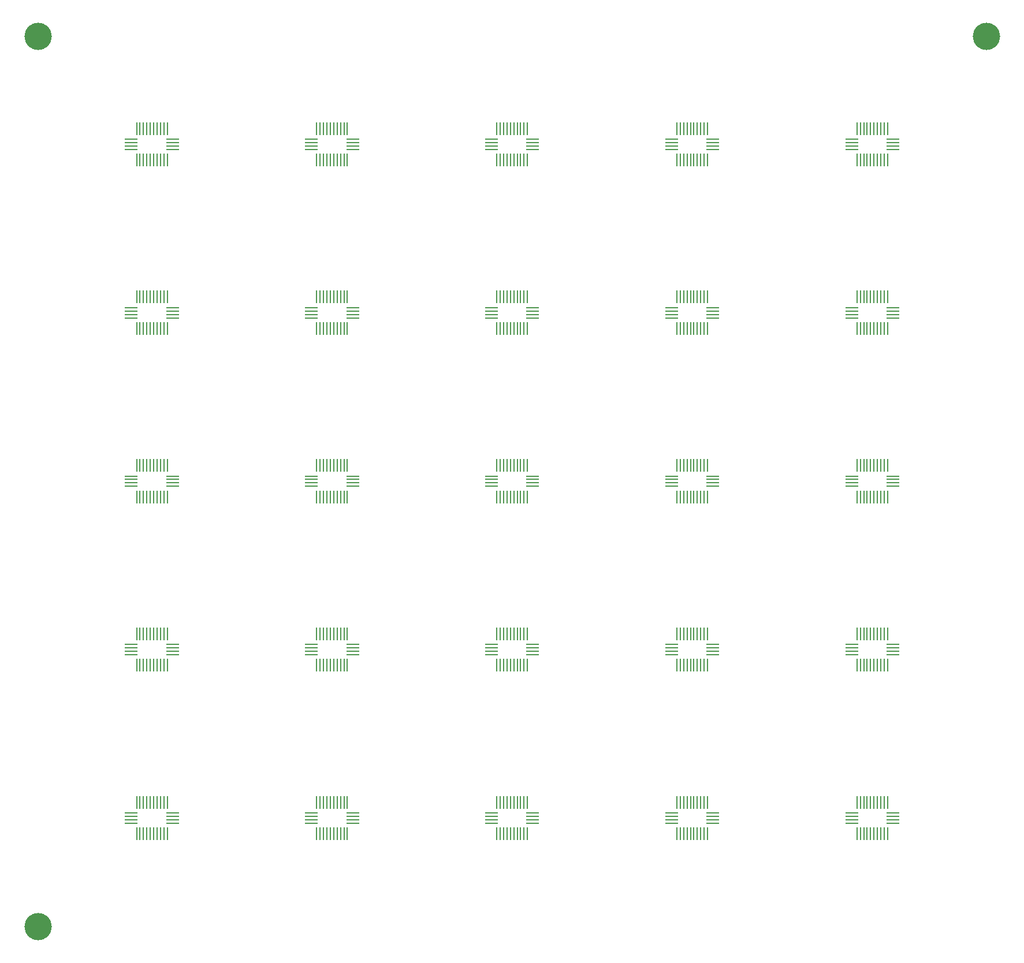
<source format=gbr>
%TF.GenerationSoftware,KiCad,Pcbnew,7.0.7-7.0.7~ubuntu20.04.1*%
%TF.CreationDate,2023-08-14T16:59:11-04:00*%
%TF.ProjectId,bno085-debug-board-panel,626e6f30-3835-42d6-9465-6275672d626f,rev?*%
%TF.SameCoordinates,Original*%
%TF.FileFunction,Paste,Top*%
%TF.FilePolarity,Positive*%
%FSLAX46Y46*%
G04 Gerber Fmt 4.6, Leading zero omitted, Abs format (unit mm)*
G04 Created by KiCad (PCBNEW 7.0.7-7.0.7~ubuntu20.04.1) date 2023-08-14 16:59:11*
%MOMM*%
%LPD*%
G01*
G04 APERTURE LIST*
%ADD10C,4.000000*%
%ADD11R,0.254000X1.975000*%
%ADD12R,1.950000X0.254000*%
G04 APERTURE END LIST*
D10*
%TO.C,REF\u002A\u002A*%
X2500000Y-2500000D03*
%TD*%
D11*
%TO.C,U1*%
X96150000Y-114787500D03*
D12*
X95375000Y-116350000D03*
X95375000Y-116850000D03*
X95375000Y-117350000D03*
X95375000Y-117850000D03*
D11*
X96150000Y-119412500D03*
X96650000Y-119412500D03*
X97150000Y-119412500D03*
X97650000Y-119412500D03*
X98150000Y-119412500D03*
X98650000Y-119412500D03*
X99150000Y-119412500D03*
X99650000Y-119412500D03*
X100150000Y-119412500D03*
X100650000Y-119412500D03*
D12*
X101425000Y-117850000D03*
X101425000Y-117350000D03*
X101425000Y-116850000D03*
X101425000Y-116350000D03*
D11*
X100650000Y-114787500D03*
X100150000Y-114787500D03*
X99650000Y-114787500D03*
X99150000Y-114787500D03*
X98650000Y-114787500D03*
X98150000Y-114787500D03*
X97650000Y-114787500D03*
X97150000Y-114787500D03*
X96650000Y-114787500D03*
%TD*%
%TO.C,U1*%
X43350000Y-40687500D03*
D12*
X42575000Y-42250000D03*
X42575000Y-42750000D03*
X42575000Y-43250000D03*
X42575000Y-43750000D03*
D11*
X43350000Y-45312500D03*
X43850000Y-45312500D03*
X44350000Y-45312500D03*
X44850000Y-45312500D03*
X45350000Y-45312500D03*
X45850000Y-45312500D03*
X46350000Y-45312500D03*
X46850000Y-45312500D03*
X47350000Y-45312500D03*
X47850000Y-45312500D03*
D12*
X48625000Y-43750000D03*
X48625000Y-43250000D03*
X48625000Y-42750000D03*
X48625000Y-42250000D03*
D11*
X47850000Y-40687500D03*
X47350000Y-40687500D03*
X46850000Y-40687500D03*
X46350000Y-40687500D03*
X45850000Y-40687500D03*
X45350000Y-40687500D03*
X44850000Y-40687500D03*
X44350000Y-40687500D03*
X43850000Y-40687500D03*
%TD*%
%TO.C,U1*%
X96150000Y-40687500D03*
D12*
X95375000Y-42250000D03*
X95375000Y-42750000D03*
X95375000Y-43250000D03*
X95375000Y-43750000D03*
D11*
X96150000Y-45312500D03*
X96650000Y-45312500D03*
X97150000Y-45312500D03*
X97650000Y-45312500D03*
X98150000Y-45312500D03*
X98650000Y-45312500D03*
X99150000Y-45312500D03*
X99650000Y-45312500D03*
X100150000Y-45312500D03*
X100650000Y-45312500D03*
D12*
X101425000Y-43750000D03*
X101425000Y-43250000D03*
X101425000Y-42750000D03*
X101425000Y-42250000D03*
D11*
X100650000Y-40687500D03*
X100150000Y-40687500D03*
X99650000Y-40687500D03*
X99150000Y-40687500D03*
X98650000Y-40687500D03*
X98150000Y-40687500D03*
X97650000Y-40687500D03*
X97150000Y-40687500D03*
X96650000Y-40687500D03*
%TD*%
%TO.C,U1*%
X122550000Y-40687500D03*
D12*
X121775000Y-42250000D03*
X121775000Y-42750000D03*
X121775000Y-43250000D03*
X121775000Y-43750000D03*
D11*
X122550000Y-45312500D03*
X123050000Y-45312500D03*
X123550000Y-45312500D03*
X124050000Y-45312500D03*
X124550000Y-45312500D03*
X125050000Y-45312500D03*
X125550000Y-45312500D03*
X126050000Y-45312500D03*
X126550000Y-45312500D03*
X127050000Y-45312500D03*
D12*
X127825000Y-43750000D03*
X127825000Y-43250000D03*
X127825000Y-42750000D03*
X127825000Y-42250000D03*
D11*
X127050000Y-40687500D03*
X126550000Y-40687500D03*
X126050000Y-40687500D03*
X125550000Y-40687500D03*
X125050000Y-40687500D03*
X124550000Y-40687500D03*
X124050000Y-40687500D03*
X123550000Y-40687500D03*
X123050000Y-40687500D03*
%TD*%
D10*
%TO.C,REF\u002A\u002A*%
X2500000Y-133000000D03*
%TD*%
D11*
%TO.C,U1*%
X122550000Y-90087500D03*
D12*
X121775000Y-91650000D03*
X121775000Y-92150000D03*
X121775000Y-92650000D03*
X121775000Y-93150000D03*
D11*
X122550000Y-94712500D03*
X123050000Y-94712500D03*
X123550000Y-94712500D03*
X124050000Y-94712500D03*
X124550000Y-94712500D03*
X125050000Y-94712500D03*
X125550000Y-94712500D03*
X126050000Y-94712500D03*
X126550000Y-94712500D03*
X127050000Y-94712500D03*
D12*
X127825000Y-93150000D03*
X127825000Y-92650000D03*
X127825000Y-92150000D03*
X127825000Y-91650000D03*
D11*
X127050000Y-90087500D03*
X126550000Y-90087500D03*
X126050000Y-90087500D03*
X125550000Y-90087500D03*
X125050000Y-90087500D03*
X124550000Y-90087500D03*
X124050000Y-90087500D03*
X123550000Y-90087500D03*
X123050000Y-90087500D03*
%TD*%
%TO.C,U1*%
X16950000Y-65387500D03*
D12*
X16175000Y-66950000D03*
X16175000Y-67450000D03*
X16175000Y-67950000D03*
X16175000Y-68450000D03*
D11*
X16950000Y-70012500D03*
X17450000Y-70012500D03*
X17950000Y-70012500D03*
X18450000Y-70012500D03*
X18950000Y-70012500D03*
X19450000Y-70012500D03*
X19950000Y-70012500D03*
X20450000Y-70012500D03*
X20950000Y-70012500D03*
X21450000Y-70012500D03*
D12*
X22225000Y-68450000D03*
X22225000Y-67950000D03*
X22225000Y-67450000D03*
X22225000Y-66950000D03*
D11*
X21450000Y-65387500D03*
X20950000Y-65387500D03*
X20450000Y-65387500D03*
X19950000Y-65387500D03*
X19450000Y-65387500D03*
X18950000Y-65387500D03*
X18450000Y-65387500D03*
X17950000Y-65387500D03*
X17450000Y-65387500D03*
%TD*%
%TO.C,U1*%
X96150000Y-90087500D03*
D12*
X95375000Y-91650000D03*
X95375000Y-92150000D03*
X95375000Y-92650000D03*
X95375000Y-93150000D03*
D11*
X96150000Y-94712500D03*
X96650000Y-94712500D03*
X97150000Y-94712500D03*
X97650000Y-94712500D03*
X98150000Y-94712500D03*
X98650000Y-94712500D03*
X99150000Y-94712500D03*
X99650000Y-94712500D03*
X100150000Y-94712500D03*
X100650000Y-94712500D03*
D12*
X101425000Y-93150000D03*
X101425000Y-92650000D03*
X101425000Y-92150000D03*
X101425000Y-91650000D03*
D11*
X100650000Y-90087500D03*
X100150000Y-90087500D03*
X99650000Y-90087500D03*
X99150000Y-90087500D03*
X98650000Y-90087500D03*
X98150000Y-90087500D03*
X97650000Y-90087500D03*
X97150000Y-90087500D03*
X96650000Y-90087500D03*
%TD*%
%TO.C,U1*%
X69750000Y-65387500D03*
D12*
X68975000Y-66950000D03*
X68975000Y-67450000D03*
X68975000Y-67950000D03*
X68975000Y-68450000D03*
D11*
X69750000Y-70012500D03*
X70250000Y-70012500D03*
X70750000Y-70012500D03*
X71250000Y-70012500D03*
X71750000Y-70012500D03*
X72250000Y-70012500D03*
X72750000Y-70012500D03*
X73250000Y-70012500D03*
X73750000Y-70012500D03*
X74250000Y-70012500D03*
D12*
X75025000Y-68450000D03*
X75025000Y-67950000D03*
X75025000Y-67450000D03*
X75025000Y-66950000D03*
D11*
X74250000Y-65387500D03*
X73750000Y-65387500D03*
X73250000Y-65387500D03*
X72750000Y-65387500D03*
X72250000Y-65387500D03*
X71750000Y-65387500D03*
X71250000Y-65387500D03*
X70750000Y-65387500D03*
X70250000Y-65387500D03*
%TD*%
%TO.C,U1*%
X122550000Y-15987500D03*
D12*
X121775000Y-17550000D03*
X121775000Y-18050000D03*
X121775000Y-18550000D03*
X121775000Y-19050000D03*
D11*
X122550000Y-20612500D03*
X123050000Y-20612500D03*
X123550000Y-20612500D03*
X124050000Y-20612500D03*
X124550000Y-20612500D03*
X125050000Y-20612500D03*
X125550000Y-20612500D03*
X126050000Y-20612500D03*
X126550000Y-20612500D03*
X127050000Y-20612500D03*
D12*
X127825000Y-19050000D03*
X127825000Y-18550000D03*
X127825000Y-18050000D03*
X127825000Y-17550000D03*
D11*
X127050000Y-15987500D03*
X126550000Y-15987500D03*
X126050000Y-15987500D03*
X125550000Y-15987500D03*
X125050000Y-15987500D03*
X124550000Y-15987500D03*
X124050000Y-15987500D03*
X123550000Y-15987500D03*
X123050000Y-15987500D03*
%TD*%
%TO.C,U1*%
X122550000Y-114787500D03*
D12*
X121775000Y-116350000D03*
X121775000Y-116850000D03*
X121775000Y-117350000D03*
X121775000Y-117850000D03*
D11*
X122550000Y-119412500D03*
X123050000Y-119412500D03*
X123550000Y-119412500D03*
X124050000Y-119412500D03*
X124550000Y-119412500D03*
X125050000Y-119412500D03*
X125550000Y-119412500D03*
X126050000Y-119412500D03*
X126550000Y-119412500D03*
X127050000Y-119412500D03*
D12*
X127825000Y-117850000D03*
X127825000Y-117350000D03*
X127825000Y-116850000D03*
X127825000Y-116350000D03*
D11*
X127050000Y-114787500D03*
X126550000Y-114787500D03*
X126050000Y-114787500D03*
X125550000Y-114787500D03*
X125050000Y-114787500D03*
X124550000Y-114787500D03*
X124050000Y-114787500D03*
X123550000Y-114787500D03*
X123050000Y-114787500D03*
%TD*%
%TO.C,U1*%
X69750000Y-90087500D03*
D12*
X68975000Y-91650000D03*
X68975000Y-92150000D03*
X68975000Y-92650000D03*
X68975000Y-93150000D03*
D11*
X69750000Y-94712500D03*
X70250000Y-94712500D03*
X70750000Y-94712500D03*
X71250000Y-94712500D03*
X71750000Y-94712500D03*
X72250000Y-94712500D03*
X72750000Y-94712500D03*
X73250000Y-94712500D03*
X73750000Y-94712500D03*
X74250000Y-94712500D03*
D12*
X75025000Y-93150000D03*
X75025000Y-92650000D03*
X75025000Y-92150000D03*
X75025000Y-91650000D03*
D11*
X74250000Y-90087500D03*
X73750000Y-90087500D03*
X73250000Y-90087500D03*
X72750000Y-90087500D03*
X72250000Y-90087500D03*
X71750000Y-90087500D03*
X71250000Y-90087500D03*
X70750000Y-90087500D03*
X70250000Y-90087500D03*
%TD*%
%TO.C,U1*%
X96150000Y-15987500D03*
D12*
X95375000Y-17550000D03*
X95375000Y-18050000D03*
X95375000Y-18550000D03*
X95375000Y-19050000D03*
D11*
X96150000Y-20612500D03*
X96650000Y-20612500D03*
X97150000Y-20612500D03*
X97650000Y-20612500D03*
X98150000Y-20612500D03*
X98650000Y-20612500D03*
X99150000Y-20612500D03*
X99650000Y-20612500D03*
X100150000Y-20612500D03*
X100650000Y-20612500D03*
D12*
X101425000Y-19050000D03*
X101425000Y-18550000D03*
X101425000Y-18050000D03*
X101425000Y-17550000D03*
D11*
X100650000Y-15987500D03*
X100150000Y-15987500D03*
X99650000Y-15987500D03*
X99150000Y-15987500D03*
X98650000Y-15987500D03*
X98150000Y-15987500D03*
X97650000Y-15987500D03*
X97150000Y-15987500D03*
X96650000Y-15987500D03*
%TD*%
%TO.C,U1*%
X43350000Y-65387500D03*
D12*
X42575000Y-66950000D03*
X42575000Y-67450000D03*
X42575000Y-67950000D03*
X42575000Y-68450000D03*
D11*
X43350000Y-70012500D03*
X43850000Y-70012500D03*
X44350000Y-70012500D03*
X44850000Y-70012500D03*
X45350000Y-70012500D03*
X45850000Y-70012500D03*
X46350000Y-70012500D03*
X46850000Y-70012500D03*
X47350000Y-70012500D03*
X47850000Y-70012500D03*
D12*
X48625000Y-68450000D03*
X48625000Y-67950000D03*
X48625000Y-67450000D03*
X48625000Y-66950000D03*
D11*
X47850000Y-65387500D03*
X47350000Y-65387500D03*
X46850000Y-65387500D03*
X46350000Y-65387500D03*
X45850000Y-65387500D03*
X45350000Y-65387500D03*
X44850000Y-65387500D03*
X44350000Y-65387500D03*
X43850000Y-65387500D03*
%TD*%
%TO.C,U1*%
X43350000Y-90087500D03*
D12*
X42575000Y-91650000D03*
X42575000Y-92150000D03*
X42575000Y-92650000D03*
X42575000Y-93150000D03*
D11*
X43350000Y-94712500D03*
X43850000Y-94712500D03*
X44350000Y-94712500D03*
X44850000Y-94712500D03*
X45350000Y-94712500D03*
X45850000Y-94712500D03*
X46350000Y-94712500D03*
X46850000Y-94712500D03*
X47350000Y-94712500D03*
X47850000Y-94712500D03*
D12*
X48625000Y-93150000D03*
X48625000Y-92650000D03*
X48625000Y-92150000D03*
X48625000Y-91650000D03*
D11*
X47850000Y-90087500D03*
X47350000Y-90087500D03*
X46850000Y-90087500D03*
X46350000Y-90087500D03*
X45850000Y-90087500D03*
X45350000Y-90087500D03*
X44850000Y-90087500D03*
X44350000Y-90087500D03*
X43850000Y-90087500D03*
%TD*%
%TO.C,U1*%
X69750000Y-40687500D03*
D12*
X68975000Y-42250000D03*
X68975000Y-42750000D03*
X68975000Y-43250000D03*
X68975000Y-43750000D03*
D11*
X69750000Y-45312500D03*
X70250000Y-45312500D03*
X70750000Y-45312500D03*
X71250000Y-45312500D03*
X71750000Y-45312500D03*
X72250000Y-45312500D03*
X72750000Y-45312500D03*
X73250000Y-45312500D03*
X73750000Y-45312500D03*
X74250000Y-45312500D03*
D12*
X75025000Y-43750000D03*
X75025000Y-43250000D03*
X75025000Y-42750000D03*
X75025000Y-42250000D03*
D11*
X74250000Y-40687500D03*
X73750000Y-40687500D03*
X73250000Y-40687500D03*
X72750000Y-40687500D03*
X72250000Y-40687500D03*
X71750000Y-40687500D03*
X71250000Y-40687500D03*
X70750000Y-40687500D03*
X70250000Y-40687500D03*
%TD*%
%TO.C,U1*%
X16950000Y-90087500D03*
D12*
X16175000Y-91650000D03*
X16175000Y-92150000D03*
X16175000Y-92650000D03*
X16175000Y-93150000D03*
D11*
X16950000Y-94712500D03*
X17450000Y-94712500D03*
X17950000Y-94712500D03*
X18450000Y-94712500D03*
X18950000Y-94712500D03*
X19450000Y-94712500D03*
X19950000Y-94712500D03*
X20450000Y-94712500D03*
X20950000Y-94712500D03*
X21450000Y-94712500D03*
D12*
X22225000Y-93150000D03*
X22225000Y-92650000D03*
X22225000Y-92150000D03*
X22225000Y-91650000D03*
D11*
X21450000Y-90087500D03*
X20950000Y-90087500D03*
X20450000Y-90087500D03*
X19950000Y-90087500D03*
X19450000Y-90087500D03*
X18950000Y-90087500D03*
X18450000Y-90087500D03*
X17950000Y-90087500D03*
X17450000Y-90087500D03*
%TD*%
D10*
%TO.C,REF\u002A\u002A*%
X141500000Y-2500000D03*
%TD*%
D11*
%TO.C,U1*%
X69750000Y-114787500D03*
D12*
X68975000Y-116350000D03*
X68975000Y-116850000D03*
X68975000Y-117350000D03*
X68975000Y-117850000D03*
D11*
X69750000Y-119412500D03*
X70250000Y-119412500D03*
X70750000Y-119412500D03*
X71250000Y-119412500D03*
X71750000Y-119412500D03*
X72250000Y-119412500D03*
X72750000Y-119412500D03*
X73250000Y-119412500D03*
X73750000Y-119412500D03*
X74250000Y-119412500D03*
D12*
X75025000Y-117850000D03*
X75025000Y-117350000D03*
X75025000Y-116850000D03*
X75025000Y-116350000D03*
D11*
X74250000Y-114787500D03*
X73750000Y-114787500D03*
X73250000Y-114787500D03*
X72750000Y-114787500D03*
X72250000Y-114787500D03*
X71750000Y-114787500D03*
X71250000Y-114787500D03*
X70750000Y-114787500D03*
X70250000Y-114787500D03*
%TD*%
%TO.C,U1*%
X122550000Y-65387500D03*
D12*
X121775000Y-66950000D03*
X121775000Y-67450000D03*
X121775000Y-67950000D03*
X121775000Y-68450000D03*
D11*
X122550000Y-70012500D03*
X123050000Y-70012500D03*
X123550000Y-70012500D03*
X124050000Y-70012500D03*
X124550000Y-70012500D03*
X125050000Y-70012500D03*
X125550000Y-70012500D03*
X126050000Y-70012500D03*
X126550000Y-70012500D03*
X127050000Y-70012500D03*
D12*
X127825000Y-68450000D03*
X127825000Y-67950000D03*
X127825000Y-67450000D03*
X127825000Y-66950000D03*
D11*
X127050000Y-65387500D03*
X126550000Y-65387500D03*
X126050000Y-65387500D03*
X125550000Y-65387500D03*
X125050000Y-65387500D03*
X124550000Y-65387500D03*
X124050000Y-65387500D03*
X123550000Y-65387500D03*
X123050000Y-65387500D03*
%TD*%
%TO.C,U1*%
X96150000Y-65387500D03*
D12*
X95375000Y-66950000D03*
X95375000Y-67450000D03*
X95375000Y-67950000D03*
X95375000Y-68450000D03*
D11*
X96150000Y-70012500D03*
X96650000Y-70012500D03*
X97150000Y-70012500D03*
X97650000Y-70012500D03*
X98150000Y-70012500D03*
X98650000Y-70012500D03*
X99150000Y-70012500D03*
X99650000Y-70012500D03*
X100150000Y-70012500D03*
X100650000Y-70012500D03*
D12*
X101425000Y-68450000D03*
X101425000Y-67950000D03*
X101425000Y-67450000D03*
X101425000Y-66950000D03*
D11*
X100650000Y-65387500D03*
X100150000Y-65387500D03*
X99650000Y-65387500D03*
X99150000Y-65387500D03*
X98650000Y-65387500D03*
X98150000Y-65387500D03*
X97650000Y-65387500D03*
X97150000Y-65387500D03*
X96650000Y-65387500D03*
%TD*%
%TO.C,U1*%
X16950000Y-15987500D03*
D12*
X16175000Y-17550000D03*
X16175000Y-18050000D03*
X16175000Y-18550000D03*
X16175000Y-19050000D03*
D11*
X16950000Y-20612500D03*
X17450000Y-20612500D03*
X17950000Y-20612500D03*
X18450000Y-20612500D03*
X18950000Y-20612500D03*
X19450000Y-20612500D03*
X19950000Y-20612500D03*
X20450000Y-20612500D03*
X20950000Y-20612500D03*
X21450000Y-20612500D03*
D12*
X22225000Y-19050000D03*
X22225000Y-18550000D03*
X22225000Y-18050000D03*
X22225000Y-17550000D03*
D11*
X21450000Y-15987500D03*
X20950000Y-15987500D03*
X20450000Y-15987500D03*
X19950000Y-15987500D03*
X19450000Y-15987500D03*
X18950000Y-15987500D03*
X18450000Y-15987500D03*
X17950000Y-15987500D03*
X17450000Y-15987500D03*
%TD*%
%TO.C,U1*%
X16950000Y-114787500D03*
D12*
X16175000Y-116350000D03*
X16175000Y-116850000D03*
X16175000Y-117350000D03*
X16175000Y-117850000D03*
D11*
X16950000Y-119412500D03*
X17450000Y-119412500D03*
X17950000Y-119412500D03*
X18450000Y-119412500D03*
X18950000Y-119412500D03*
X19450000Y-119412500D03*
X19950000Y-119412500D03*
X20450000Y-119412500D03*
X20950000Y-119412500D03*
X21450000Y-119412500D03*
D12*
X22225000Y-117850000D03*
X22225000Y-117350000D03*
X22225000Y-116850000D03*
X22225000Y-116350000D03*
D11*
X21450000Y-114787500D03*
X20950000Y-114787500D03*
X20450000Y-114787500D03*
X19950000Y-114787500D03*
X19450000Y-114787500D03*
X18950000Y-114787500D03*
X18450000Y-114787500D03*
X17950000Y-114787500D03*
X17450000Y-114787500D03*
%TD*%
%TO.C,U1*%
X16950000Y-40687500D03*
D12*
X16175000Y-42250000D03*
X16175000Y-42750000D03*
X16175000Y-43250000D03*
X16175000Y-43750000D03*
D11*
X16950000Y-45312500D03*
X17450000Y-45312500D03*
X17950000Y-45312500D03*
X18450000Y-45312500D03*
X18950000Y-45312500D03*
X19450000Y-45312500D03*
X19950000Y-45312500D03*
X20450000Y-45312500D03*
X20950000Y-45312500D03*
X21450000Y-45312500D03*
D12*
X22225000Y-43750000D03*
X22225000Y-43250000D03*
X22225000Y-42750000D03*
X22225000Y-42250000D03*
D11*
X21450000Y-40687500D03*
X20950000Y-40687500D03*
X20450000Y-40687500D03*
X19950000Y-40687500D03*
X19450000Y-40687500D03*
X18950000Y-40687500D03*
X18450000Y-40687500D03*
X17950000Y-40687500D03*
X17450000Y-40687500D03*
%TD*%
%TO.C,U1*%
X69750000Y-15987500D03*
D12*
X68975000Y-17550000D03*
X68975000Y-18050000D03*
X68975000Y-18550000D03*
X68975000Y-19050000D03*
D11*
X69750000Y-20612500D03*
X70250000Y-20612500D03*
X70750000Y-20612500D03*
X71250000Y-20612500D03*
X71750000Y-20612500D03*
X72250000Y-20612500D03*
X72750000Y-20612500D03*
X73250000Y-20612500D03*
X73750000Y-20612500D03*
X74250000Y-20612500D03*
D12*
X75025000Y-19050000D03*
X75025000Y-18550000D03*
X75025000Y-18050000D03*
X75025000Y-17550000D03*
D11*
X74250000Y-15987500D03*
X73750000Y-15987500D03*
X73250000Y-15987500D03*
X72750000Y-15987500D03*
X72250000Y-15987500D03*
X71750000Y-15987500D03*
X71250000Y-15987500D03*
X70750000Y-15987500D03*
X70250000Y-15987500D03*
%TD*%
%TO.C,U1*%
X43350000Y-15987500D03*
D12*
X42575000Y-17550000D03*
X42575000Y-18050000D03*
X42575000Y-18550000D03*
X42575000Y-19050000D03*
D11*
X43350000Y-20612500D03*
X43850000Y-20612500D03*
X44350000Y-20612500D03*
X44850000Y-20612500D03*
X45350000Y-20612500D03*
X45850000Y-20612500D03*
X46350000Y-20612500D03*
X46850000Y-20612500D03*
X47350000Y-20612500D03*
X47850000Y-20612500D03*
D12*
X48625000Y-19050000D03*
X48625000Y-18550000D03*
X48625000Y-18050000D03*
X48625000Y-17550000D03*
D11*
X47850000Y-15987500D03*
X47350000Y-15987500D03*
X46850000Y-15987500D03*
X46350000Y-15987500D03*
X45850000Y-15987500D03*
X45350000Y-15987500D03*
X44850000Y-15987500D03*
X44350000Y-15987500D03*
X43850000Y-15987500D03*
%TD*%
%TO.C,U1*%
X43350000Y-114787500D03*
D12*
X42575000Y-116350000D03*
X42575000Y-116850000D03*
X42575000Y-117350000D03*
X42575000Y-117850000D03*
D11*
X43350000Y-119412500D03*
X43850000Y-119412500D03*
X44350000Y-119412500D03*
X44850000Y-119412500D03*
X45350000Y-119412500D03*
X45850000Y-119412500D03*
X46350000Y-119412500D03*
X46850000Y-119412500D03*
X47350000Y-119412500D03*
X47850000Y-119412500D03*
D12*
X48625000Y-117850000D03*
X48625000Y-117350000D03*
X48625000Y-116850000D03*
X48625000Y-116350000D03*
D11*
X47850000Y-114787500D03*
X47350000Y-114787500D03*
X46850000Y-114787500D03*
X46350000Y-114787500D03*
X45850000Y-114787500D03*
X45350000Y-114787500D03*
X44850000Y-114787500D03*
X44350000Y-114787500D03*
X43850000Y-114787500D03*
%TD*%
M02*

</source>
